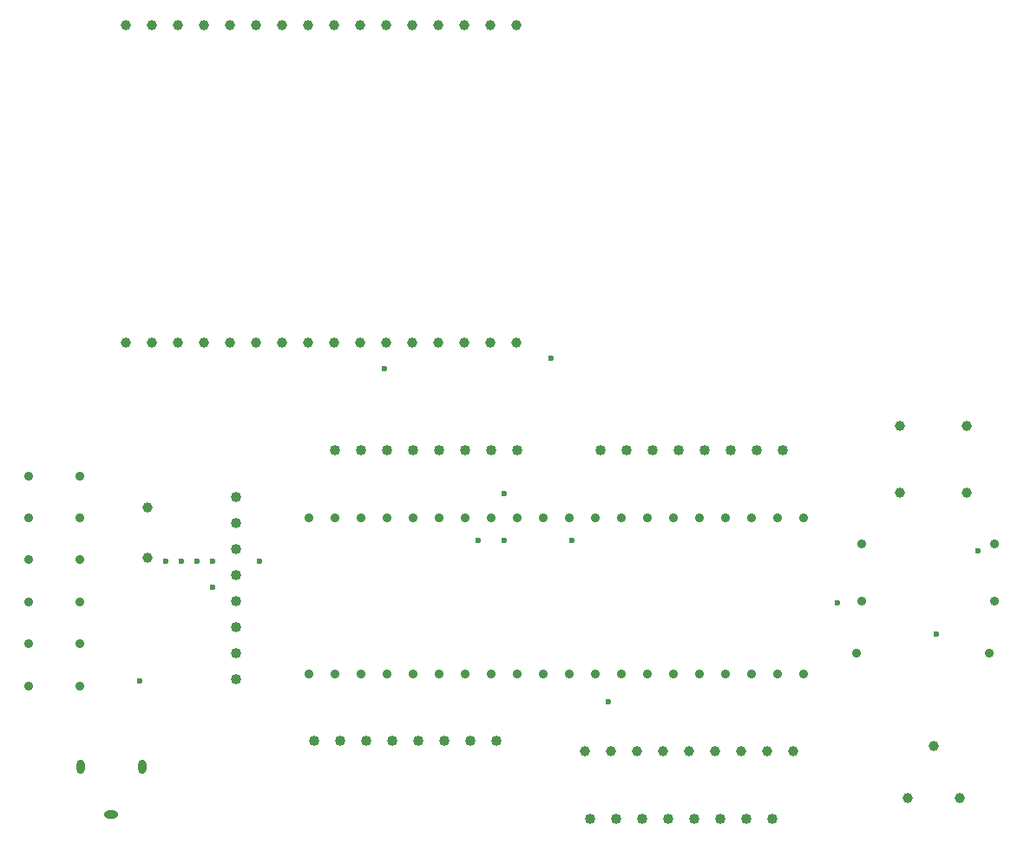
<source format=gbr>
G04 Generated by Ultiboard 13.0 *
%FSLAX24Y24*%
%MOIN*%

%ADD11C,0.0394*%
%ADD12C,0.0236*%
%ADD13C,0.0350*%
%ADD14C,0.0400*%
%ADD15C,0.0354*%
%ADD16O,0.0315X0.0551*%
%ADD17O,0.0551X0.0315*%


G04 ColorRGB 000000 for the following layer *
%LNDrill-Copper Top-Copper Bottom*%
%LPD*%
G54D11*
X34620Y15980D03*
X34620Y13420D03*
X37180Y15980D03*
X37180Y13420D03*
X5700Y12861D03*
X5700Y10939D03*
X30500Y3500D03*
X29500Y3500D03*
X28500Y3500D03*
X27500Y3500D03*
X26500Y3500D03*
X25500Y3500D03*
X24500Y3500D03*
X23500Y3500D03*
X22500Y3500D03*
X34900Y1700D03*
X36900Y1700D03*
X35900Y3700D03*
X4868Y19198D03*
X5868Y19198D03*
X6868Y19198D03*
X7868Y19198D03*
X8868Y19198D03*
X9868Y19198D03*
X10868Y19198D03*
X11868Y19198D03*
X12868Y19198D03*
X13868Y19198D03*
X14868Y19198D03*
X15868Y19198D03*
X16868Y19198D03*
X17868Y19198D03*
X18868Y19198D03*
X19868Y19198D03*
X4868Y31402D03*
X5868Y31402D03*
X6868Y31402D03*
X7868Y31402D03*
X8868Y31402D03*
X9868Y31402D03*
X10868Y31402D03*
X11868Y31402D03*
X12868Y31402D03*
X13868Y31402D03*
X14868Y31402D03*
X15868Y31402D03*
X16868Y31402D03*
X17868Y31402D03*
X18868Y31402D03*
X19868Y31402D03*
G54D12*
X32200Y9200D03*
X21200Y18600D03*
X23400Y5400D03*
X18400Y11600D03*
X14800Y18200D03*
X5400Y6200D03*
X7600Y10800D03*
X6400Y10800D03*
X10000Y10800D03*
X8200Y10800D03*
X36000Y8000D03*
X37600Y11200D03*
X22000Y11600D03*
X8200Y9800D03*
X19400Y11600D03*
X19400Y13400D03*
X7000Y10800D03*
G54D13*
X25905Y12467D03*
X25905Y6467D03*
X28905Y6467D03*
X29905Y6467D03*
X30905Y6467D03*
X26905Y6467D03*
X27905Y6467D03*
X19905Y6467D03*
X22905Y6467D03*
X23905Y6467D03*
X24905Y6467D03*
X20905Y6467D03*
X21905Y6467D03*
X16905Y6467D03*
X17905Y6467D03*
X18905Y6467D03*
X13905Y6467D03*
X14905Y6467D03*
X15905Y6467D03*
X12905Y6467D03*
X11905Y6467D03*
X28905Y12467D03*
X29905Y12467D03*
X30905Y12467D03*
X26905Y12467D03*
X27905Y12467D03*
X19905Y12467D03*
X22905Y12467D03*
X23905Y12467D03*
X24905Y12467D03*
X21905Y12467D03*
X20905Y12467D03*
X16905Y12467D03*
X18905Y12467D03*
X17905Y12467D03*
X13905Y12467D03*
X15905Y12467D03*
X14905Y12467D03*
X12905Y12467D03*
X11905Y12467D03*
G54D14*
X12905Y15067D03*
X13905Y15067D03*
X14905Y15067D03*
X15905Y15067D03*
X16905Y15067D03*
X17905Y15067D03*
X18905Y15067D03*
X19905Y15067D03*
X23105Y15067D03*
X24105Y15067D03*
X25105Y15067D03*
X26105Y15067D03*
X27105Y15067D03*
X28105Y15067D03*
X29105Y15067D03*
X30105Y15067D03*
X9105Y6267D03*
X9105Y7267D03*
X9105Y8267D03*
X9105Y9267D03*
X9105Y10267D03*
X9105Y11267D03*
X9105Y12267D03*
X9105Y13267D03*
X29700Y900D03*
X28700Y900D03*
X27700Y900D03*
X26700Y900D03*
X25700Y900D03*
X24700Y900D03*
X23700Y900D03*
X22700Y900D03*
X19100Y3900D03*
X18100Y3900D03*
X17100Y3900D03*
X16100Y3900D03*
X15100Y3900D03*
X14100Y3900D03*
X13100Y3900D03*
X12100Y3900D03*
G54D15*
X3124Y6006D03*
X1155Y6006D03*
X3124Y7620D03*
X1155Y7620D03*
X3124Y9235D03*
X1155Y9235D03*
X3124Y10849D03*
X1155Y10849D03*
X3124Y12463D03*
X1155Y12463D03*
X3124Y14077D03*
X1155Y14077D03*
X38053Y7253D03*
X32935Y7253D03*
X38253Y9253D03*
X33135Y9253D03*
X38253Y11453D03*
X33135Y11453D03*
G54D16*
X3138Y2900D03*
X5500Y2900D03*
G54D17*
X4319Y1050D03*

M02*

</source>
